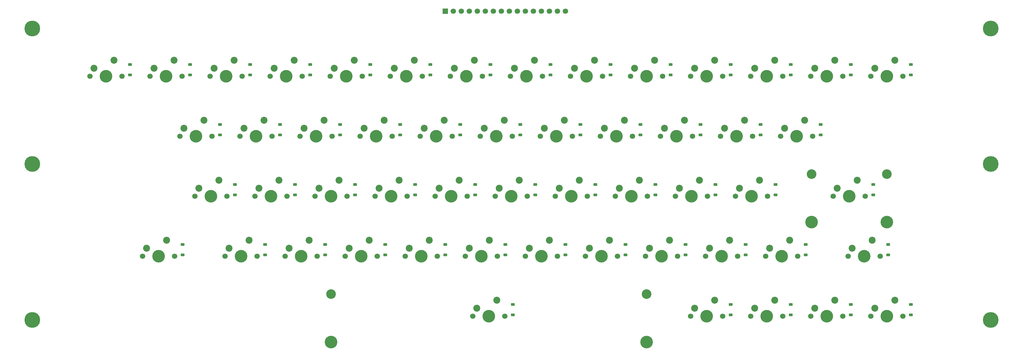
<source format=gbs>
%TF.GenerationSoftware,KiCad,Pcbnew,9.0.1*%
%TF.CreationDate,2025-06-03T04:36:32-05:00*%
%TF.ProjectId,coco2Keyboard,636f636f-324b-4657-9962-6f6172642e6b,rev?*%
%TF.SameCoordinates,Original*%
%TF.FileFunction,Soldermask,Bot*%
%TF.FilePolarity,Negative*%
%FSLAX46Y46*%
G04 Gerber Fmt 4.6, Leading zero omitted, Abs format (unit mm)*
G04 Created by KiCad (PCBNEW 9.0.1) date 2025-06-03 04:36:32*
%MOMM*%
%LPD*%
G01*
G04 APERTURE LIST*
G04 Aperture macros list*
%AMRoundRect*
0 Rectangle with rounded corners*
0 $1 Rounding radius*
0 $2 $3 $4 $5 $6 $7 $8 $9 X,Y pos of 4 corners*
0 Add a 4 corners polygon primitive as box body*
4,1,4,$2,$3,$4,$5,$6,$7,$8,$9,$2,$3,0*
0 Add four circle primitives for the rounded corners*
1,1,$1+$1,$2,$3*
1,1,$1+$1,$4,$5*
1,1,$1+$1,$6,$7*
1,1,$1+$1,$8,$9*
0 Add four rect primitives between the rounded corners*
20,1,$1+$1,$2,$3,$4,$5,0*
20,1,$1+$1,$4,$5,$6,$7,0*
20,1,$1+$1,$6,$7,$8,$9,0*
20,1,$1+$1,$8,$9,$2,$3,0*%
G04 Aperture macros list end*
%ADD10C,1.700000*%
%ADD11C,4.000000*%
%ADD12C,2.200000*%
%ADD13C,3.050000*%
%ADD14C,5.000000*%
%ADD15R,1.700000X1.700000*%
%ADD16RoundRect,0.225000X0.375000X-0.225000X0.375000X0.225000X-0.375000X0.225000X-0.375000X-0.225000X0*%
G04 APERTURE END LIST*
D10*
%TO.C,SW20*%
X69163800Y-92260000D03*
D11*
X74243800Y-92260000D03*
D10*
X79323800Y-92260000D03*
D12*
X76783800Y-87180000D03*
X70433800Y-89720000D03*
%TD*%
D10*
%TO.C,SW44*%
X221563800Y-92260000D03*
D11*
X226643800Y-92260000D03*
D10*
X231723800Y-92260000D03*
D12*
X229183800Y-87180000D03*
X222833800Y-89720000D03*
%TD*%
D10*
%TO.C,SW4*%
X97738800Y-111310000D03*
D11*
X102818800Y-111310000D03*
D10*
X107898800Y-111310000D03*
D12*
X105358800Y-106230000D03*
X99008800Y-108770000D03*
%TD*%
D10*
%TO.C,SW16*%
X197751300Y-73210000D03*
D11*
X202831300Y-73210000D03*
D10*
X207911300Y-73210000D03*
D12*
X205371300Y-68130000D03*
X199021300Y-70670000D03*
%TD*%
D10*
%TO.C,SW30*%
X207276300Y-130360000D03*
D11*
X212356300Y-130360000D03*
D10*
X217436300Y-130360000D03*
D12*
X214896300Y-125280000D03*
X208546300Y-127820000D03*
%TD*%
D10*
%TO.C,SW31*%
X264426300Y-130360000D03*
D11*
X269506300Y-130360000D03*
D10*
X274586300Y-130360000D03*
D12*
X272046300Y-125280000D03*
X265696300Y-127820000D03*
%TD*%
D10*
%TO.C,SW11*%
X164413800Y-92260000D03*
D11*
X169493800Y-92260000D03*
D10*
X174573800Y-92260000D03*
D12*
X172033800Y-87180000D03*
X165683800Y-89720000D03*
%TD*%
D10*
%TO.C,SW7*%
X107263800Y-92260000D03*
D11*
X112343800Y-92260000D03*
D10*
X117423800Y-92260000D03*
D12*
X114883800Y-87180000D03*
X108533800Y-89720000D03*
%TD*%
D10*
%TO.C,SW52*%
X33445000Y-111310000D03*
D11*
X38525000Y-111310000D03*
D10*
X43605000Y-111310000D03*
D12*
X41065000Y-106230000D03*
X34715000Y-108770000D03*
%TD*%
D10*
%TO.C,SW24*%
X64401300Y-73210000D03*
D11*
X69481300Y-73210000D03*
D10*
X74561300Y-73210000D03*
D12*
X72021300Y-68130000D03*
X65671300Y-70670000D03*
%TD*%
D10*
%TO.C,SW26*%
X140601300Y-73210000D03*
D11*
X145681300Y-73210000D03*
D10*
X150761300Y-73210000D03*
D12*
X148221300Y-68130000D03*
X141871300Y-70670000D03*
%TD*%
D10*
%TO.C,SW37*%
X92976300Y-54160000D03*
D11*
X98056300Y-54160000D03*
D10*
X103136300Y-54160000D03*
D12*
X100596300Y-49080000D03*
X94246300Y-51620000D03*
%TD*%
D10*
%TO.C,SW17*%
X216801300Y-73210000D03*
D11*
X221881300Y-73210000D03*
D10*
X226961300Y-73210000D03*
D12*
X224421300Y-68130000D03*
X218071300Y-70670000D03*
%TD*%
D10*
%TO.C,SW22*%
X159651300Y-73210000D03*
D11*
X164731300Y-73210000D03*
D10*
X169811300Y-73210000D03*
D12*
X167271300Y-68130000D03*
X160921300Y-70670000D03*
%TD*%
D10*
%TO.C,SW25*%
X78688800Y-111310000D03*
D11*
X83768800Y-111310000D03*
D10*
X88848800Y-111310000D03*
D12*
X86308800Y-106230000D03*
X79958800Y-108770000D03*
%TD*%
D13*
%TO.C,SW32*%
X93300000Y-123360000D03*
D11*
X93300000Y-138600000D03*
D10*
X138220000Y-130360000D03*
D11*
X143300000Y-130360000D03*
D10*
X148380000Y-130360000D03*
D13*
X193300000Y-123360000D03*
D11*
X193300000Y-138600000D03*
D12*
X145840000Y-125280000D03*
X139490000Y-127820000D03*
%TD*%
D13*
%TO.C,SW49*%
X245700000Y-85260000D03*
D11*
X245700000Y-100500000D03*
D10*
X252520000Y-92260000D03*
D11*
X257600000Y-92260000D03*
D10*
X262680000Y-92260000D03*
D13*
X269500000Y-85260000D03*
D11*
X269500000Y-100500000D03*
D12*
X260140000Y-87180000D03*
X253790000Y-89720000D03*
%TD*%
D10*
%TO.C,SW33*%
X207276300Y-54160000D03*
D11*
X212356300Y-54160000D03*
D10*
X217436300Y-54160000D03*
D12*
X214896300Y-49080000D03*
X208546300Y-51620000D03*
%TD*%
D10*
%TO.C,SW40*%
X150126300Y-54160000D03*
D11*
X155206300Y-54160000D03*
D10*
X160286300Y-54160000D03*
D12*
X157746300Y-49080000D03*
X151396300Y-51620000D03*
%TD*%
D10*
%TO.C,SW6*%
X83451300Y-73210000D03*
D11*
X88531300Y-73210000D03*
D10*
X93611300Y-73210000D03*
D12*
X91071300Y-68130000D03*
X84721300Y-70670000D03*
%TD*%
D14*
%TO.C,Mount3*%
X-1500000Y-131500000D03*
%TD*%
%TO.C,Mount5*%
X302500000Y-82000000D03*
%TD*%
D10*
%TO.C,SW14*%
X173938800Y-111310000D03*
D11*
X179018800Y-111310000D03*
D10*
X184098800Y-111310000D03*
D12*
X181558800Y-106230000D03*
X175208800Y-108770000D03*
%TD*%
D10*
%TO.C,SW28*%
X226326300Y-130360000D03*
D11*
X231406300Y-130360000D03*
D10*
X236486300Y-130360000D03*
D12*
X233946300Y-125280000D03*
X227596300Y-127820000D03*
%TD*%
D15*
%TO.C,J1*%
X129500000Y-33500000D03*
D10*
X132040000Y-33500000D03*
X134580000Y-33500000D03*
X137120000Y-33500000D03*
X139660000Y-33500000D03*
X142200000Y-33500000D03*
X144740000Y-33500000D03*
X147280000Y-33500000D03*
X149820000Y-33500000D03*
X152360000Y-33500000D03*
X154900000Y-33500000D03*
X157440000Y-33500000D03*
X159980000Y-33500000D03*
X162520000Y-33500000D03*
X165060000Y-33500000D03*
X167600000Y-33500000D03*
%TD*%
%TO.C,SW34*%
X35826300Y-54160000D03*
D11*
X40906300Y-54160000D03*
D10*
X45986300Y-54160000D03*
D12*
X43446300Y-49080000D03*
X37096300Y-51620000D03*
%TD*%
D14*
%TO.C,Mount6*%
X302500000Y-131500000D03*
%TD*%
D10*
%TO.C,SW18*%
X45351300Y-73210000D03*
D11*
X50431300Y-73210000D03*
D10*
X55511300Y-73210000D03*
D12*
X52971300Y-68130000D03*
X46621300Y-70670000D03*
%TD*%
D10*
%TO.C,SW2*%
X50113800Y-92260000D03*
D11*
X55193800Y-92260000D03*
D10*
X60273800Y-92260000D03*
D12*
X57733800Y-87180000D03*
X51383800Y-89720000D03*
%TD*%
D10*
%TO.C,SW8*%
X126313800Y-92260000D03*
D11*
X131393800Y-92260000D03*
D10*
X136473800Y-92260000D03*
D12*
X133933800Y-87180000D03*
X127583800Y-89720000D03*
%TD*%
D10*
%TO.C,SW27*%
X59638800Y-111310000D03*
D11*
X64718800Y-111310000D03*
D10*
X69798800Y-111310000D03*
D12*
X67258800Y-106230000D03*
X60908800Y-108770000D03*
%TD*%
D10*
%TO.C,SW13*%
X202513800Y-92260000D03*
D11*
X207593800Y-92260000D03*
D10*
X212673800Y-92260000D03*
D12*
X210133800Y-87180000D03*
X203783800Y-89720000D03*
%TD*%
D10*
%TO.C,SW3*%
X135838800Y-111310000D03*
D11*
X140918800Y-111310000D03*
D10*
X145998800Y-111310000D03*
D12*
X143458800Y-106230000D03*
X137108800Y-108770000D03*
%TD*%
D10*
%TO.C,SW45*%
X192988800Y-111310000D03*
D11*
X198068800Y-111310000D03*
D10*
X203148800Y-111310000D03*
D12*
X200608800Y-106230000D03*
X194258800Y-108770000D03*
%TD*%
D10*
%TO.C,SW41*%
X169176300Y-54160000D03*
D11*
X174256300Y-54160000D03*
D10*
X179336300Y-54160000D03*
D12*
X176796300Y-49080000D03*
X170446300Y-51620000D03*
%TD*%
D10*
%TO.C,SW29*%
X245376300Y-130360000D03*
D11*
X250456300Y-130360000D03*
D10*
X255536300Y-130360000D03*
D12*
X252996300Y-125280000D03*
X246646300Y-127820000D03*
%TD*%
D14*
%TO.C,Mount1*%
X-1500000Y-39000000D03*
%TD*%
%TO.C,Mount4*%
X302500000Y-39000000D03*
%TD*%
D10*
%TO.C,SW19*%
X102501300Y-73210000D03*
D11*
X107581300Y-73210000D03*
D10*
X112661300Y-73210000D03*
D12*
X110121300Y-68130000D03*
X103771300Y-70670000D03*
%TD*%
D10*
%TO.C,SW50*%
X264426300Y-54160000D03*
D11*
X269506300Y-54160000D03*
D10*
X274586300Y-54160000D03*
D12*
X272046300Y-49080000D03*
X265696300Y-51620000D03*
%TD*%
D14*
%TO.C,Mount2*%
X-1500000Y-82000000D03*
%TD*%
D10*
%TO.C,SW42*%
X188226300Y-54160000D03*
D11*
X193306300Y-54160000D03*
D10*
X198386300Y-54160000D03*
D12*
X195846300Y-49080000D03*
X189496300Y-51620000D03*
%TD*%
D10*
%TO.C,SW43*%
X226326300Y-54160000D03*
D11*
X231406300Y-54160000D03*
D10*
X236486300Y-54160000D03*
D12*
X233946300Y-49080000D03*
X227596300Y-51620000D03*
%TD*%
D10*
%TO.C,SW48*%
X231088800Y-111310000D03*
D11*
X236168800Y-111310000D03*
D10*
X241248800Y-111310000D03*
D12*
X238708800Y-106230000D03*
X232358800Y-108770000D03*
%TD*%
D10*
%TO.C,SW51*%
X16776300Y-54160000D03*
D11*
X21856300Y-54160000D03*
D10*
X26936300Y-54160000D03*
D12*
X24396300Y-49080000D03*
X18046300Y-51620000D03*
%TD*%
D10*
%TO.C,SW35*%
X54876300Y-54160000D03*
D11*
X59956300Y-54160000D03*
D10*
X65036300Y-54160000D03*
D12*
X62496300Y-49080000D03*
X56146300Y-51620000D03*
%TD*%
D10*
%TO.C,SW36*%
X73926300Y-54160000D03*
D11*
X79006300Y-54160000D03*
D10*
X84086300Y-54160000D03*
D12*
X81546300Y-49080000D03*
X75196300Y-51620000D03*
%TD*%
D10*
%TO.C,SW12*%
X183463800Y-92260000D03*
D11*
X188543800Y-92260000D03*
D10*
X193623800Y-92260000D03*
D12*
X191083800Y-87180000D03*
X184733800Y-89720000D03*
%TD*%
D10*
%TO.C,SW39*%
X131076300Y-54160000D03*
D11*
X136156300Y-54160000D03*
D10*
X141236300Y-54160000D03*
D12*
X138696300Y-49080000D03*
X132346300Y-51620000D03*
%TD*%
D10*
%TO.C,SW9*%
X145363800Y-92260000D03*
D11*
X150443800Y-92260000D03*
D10*
X155523800Y-92260000D03*
D12*
X152983800Y-87180000D03*
X146633800Y-89720000D03*
%TD*%
D10*
%TO.C,SW1*%
X235851300Y-73210000D03*
D11*
X240931300Y-73210000D03*
D10*
X246011300Y-73210000D03*
D12*
X243471300Y-68130000D03*
X237121300Y-70670000D03*
%TD*%
D10*
%TO.C,SW15*%
X154888800Y-111310000D03*
D11*
X159968800Y-111310000D03*
D10*
X165048800Y-111310000D03*
D12*
X162508800Y-106230000D03*
X156158800Y-108770000D03*
%TD*%
D10*
%TO.C,SW53*%
X257282500Y-111310000D03*
D11*
X262362500Y-111310000D03*
D10*
X267442500Y-111310000D03*
D12*
X264902500Y-106230000D03*
X258552500Y-108770000D03*
%TD*%
D10*
%TO.C,SW47*%
X212038800Y-111310000D03*
D11*
X217118800Y-111310000D03*
D10*
X222198800Y-111310000D03*
D12*
X219658800Y-106230000D03*
X213308800Y-108770000D03*
%TD*%
D10*
%TO.C,SW10*%
X178701300Y-73210000D03*
D11*
X183781300Y-73210000D03*
D10*
X188861300Y-73210000D03*
D12*
X186321300Y-68130000D03*
X179971300Y-70670000D03*
%TD*%
D10*
%TO.C,SW46*%
X245376300Y-54160000D03*
D11*
X250456300Y-54160000D03*
D10*
X255536300Y-54160000D03*
D12*
X252996300Y-49080000D03*
X246646300Y-51620000D03*
%TD*%
D10*
%TO.C,SW5*%
X88213800Y-92260000D03*
D11*
X93293800Y-92260000D03*
D10*
X98373800Y-92260000D03*
D12*
X95833800Y-87180000D03*
X89483800Y-89720000D03*
%TD*%
D10*
%TO.C,SW38*%
X112026300Y-54160000D03*
D11*
X117106300Y-54160000D03*
D10*
X122186300Y-54160000D03*
D12*
X119646300Y-49080000D03*
X113296300Y-51620000D03*
%TD*%
D10*
%TO.C,SW23*%
X116788800Y-111310000D03*
D11*
X121868800Y-111310000D03*
D10*
X126948800Y-111310000D03*
D12*
X124408800Y-106230000D03*
X118058800Y-108770000D03*
%TD*%
D10*
%TO.C,SW21*%
X121551300Y-73210000D03*
D11*
X126631300Y-73210000D03*
D10*
X131711300Y-73210000D03*
D12*
X129171300Y-68130000D03*
X122821300Y-70670000D03*
%TD*%
D16*
%TO.C,D30*%
X258076300Y-129960000D03*
X258076300Y-126660000D03*
%TD*%
%TO.C,D31*%
X219976300Y-129960000D03*
X219976300Y-126660000D03*
%TD*%
%TO.C,D41*%
X162826300Y-53760000D03*
X162826300Y-50460000D03*
%TD*%
%TO.C,D34*%
X219976300Y-53760000D03*
X219976300Y-50460000D03*
%TD*%
%TO.C,D6*%
X96151300Y-72810000D03*
X96151300Y-69510000D03*
%TD*%
%TO.C,D12*%
X196163800Y-91860000D03*
X196163800Y-88560000D03*
%TD*%
%TO.C,D43*%
X200926300Y-53760000D03*
X200926300Y-50460000D03*
%TD*%
%TO.C,D32*%
X277126300Y-129960000D03*
X277126300Y-126660000D03*
%TD*%
%TO.C,D45*%
X234263800Y-91860000D03*
X234263800Y-88560000D03*
%TD*%
%TO.C,D46*%
X205688800Y-110910000D03*
X205688800Y-107610000D03*
%TD*%
%TO.C,D10*%
X191401300Y-72810000D03*
X191401300Y-69510000D03*
%TD*%
%TO.C,D17*%
X229501300Y-72810000D03*
X229501300Y-69510000D03*
%TD*%
%TO.C,D2*%
X62813800Y-91860000D03*
X62813800Y-88560000D03*
%TD*%
%TO.C,D21*%
X134251300Y-72810000D03*
X134251300Y-69510000D03*
%TD*%
%TO.C,D4*%
X110438800Y-110910000D03*
X110438800Y-107610000D03*
%TD*%
%TO.C,D13*%
X215213800Y-91860000D03*
X215213800Y-88560000D03*
%TD*%
%TO.C,D3*%
X148538800Y-110910000D03*
X148538800Y-107610000D03*
%TD*%
%TO.C,D19*%
X115201300Y-72810000D03*
X115201300Y-69510000D03*
%TD*%
%TO.C,D11*%
X177113800Y-91860000D03*
X177113800Y-88560000D03*
%TD*%
%TO.C,D22*%
X172351300Y-72810000D03*
X172351300Y-69510000D03*
%TD*%
%TO.C,D16*%
X210451300Y-72810000D03*
X210451300Y-69510000D03*
%TD*%
%TO.C,D42*%
X181876300Y-53760000D03*
X181876300Y-50460000D03*
%TD*%
%TO.C,D53*%
X46145000Y-110910000D03*
X46145000Y-107610000D03*
%TD*%
%TO.C,D39*%
X124726300Y-53760000D03*
X124726300Y-50460000D03*
%TD*%
%TO.C,D47*%
X258076300Y-53760000D03*
X258076300Y-50460000D03*
%TD*%
%TO.C,D25*%
X91388800Y-110910000D03*
X91388800Y-107610000D03*
%TD*%
%TO.C,D29*%
X239026300Y-129960000D03*
X239026300Y-126660000D03*
%TD*%
%TO.C,D1*%
X248551300Y-72810000D03*
X248551300Y-69510000D03*
%TD*%
%TO.C,D23*%
X129488800Y-110910000D03*
X129488800Y-107610000D03*
%TD*%
%TO.C,D33*%
X150920000Y-129960000D03*
X150920000Y-126660000D03*
%TD*%
%TO.C,D8*%
X139013800Y-91860000D03*
X139013800Y-88560000D03*
%TD*%
%TO.C,D35*%
X48526300Y-53760000D03*
X48526300Y-50460000D03*
%TD*%
%TO.C,D48*%
X224738800Y-110910000D03*
X224738800Y-107610000D03*
%TD*%
%TO.C,D9*%
X158063800Y-91860000D03*
X158063800Y-88560000D03*
%TD*%
%TO.C,D38*%
X105676300Y-53760000D03*
X105676300Y-50460000D03*
%TD*%
%TO.C,D52*%
X29476300Y-53760000D03*
X29476300Y-50460000D03*
%TD*%
%TO.C,D20*%
X81863800Y-91860000D03*
X81863800Y-88560000D03*
%TD*%
%TO.C,D28*%
X72338800Y-110910000D03*
X72338800Y-107610000D03*
%TD*%
%TO.C,D40*%
X143776300Y-53760000D03*
X143776300Y-50460000D03*
%TD*%
%TO.C,D27*%
X153301300Y-72810000D03*
X153301300Y-69510000D03*
%TD*%
%TO.C,D50*%
X265220000Y-91860000D03*
X265220000Y-88560000D03*
%TD*%
%TO.C,D51*%
X277126300Y-53760000D03*
X277126300Y-50460000D03*
%TD*%
%TO.C,D7*%
X119963800Y-91860000D03*
X119963800Y-88560000D03*
%TD*%
%TO.C,D15*%
X167588800Y-110910000D03*
X167588800Y-107610000D03*
%TD*%
%TO.C,D14*%
X186638800Y-110910000D03*
X186638800Y-107610000D03*
%TD*%
%TO.C,D24*%
X77101300Y-72810000D03*
X77101300Y-69510000D03*
%TD*%
%TO.C,D5*%
X100913800Y-91860000D03*
X100913800Y-88560000D03*
%TD*%
%TO.C,D36*%
X67576300Y-53760000D03*
X67576300Y-50460000D03*
%TD*%
%TO.C,D49*%
X243788800Y-110910000D03*
X243788800Y-107610000D03*
%TD*%
%TO.C,D54*%
X269982500Y-110910000D03*
X269982500Y-107610000D03*
%TD*%
%TO.C,D44*%
X239026300Y-53760000D03*
X239026300Y-50460000D03*
%TD*%
%TO.C,D18*%
X58051300Y-72810000D03*
X58051300Y-69510000D03*
%TD*%
%TO.C,D37*%
X86626300Y-53760000D03*
X86626300Y-50460000D03*
%TD*%
M02*

</source>
